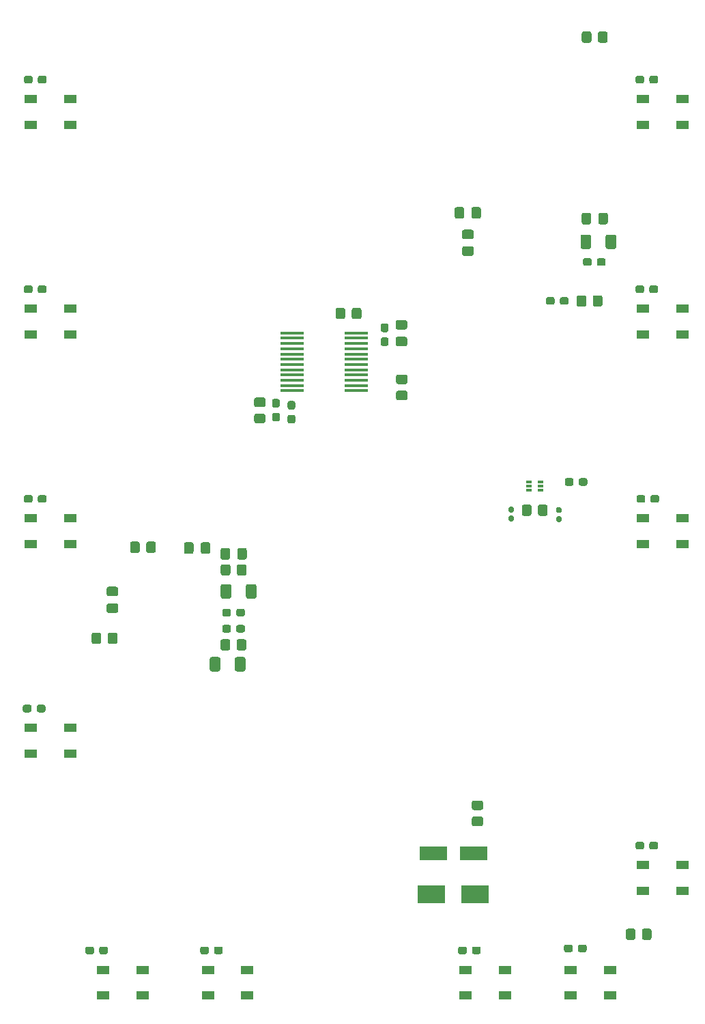
<source format=gtp>
G04 #@! TF.GenerationSoftware,KiCad,Pcbnew,5.1.9+dfsg1-1*
G04 #@! TF.CreationDate,2022-06-11T23:01:35-07:00*
G04 #@! TF.ProjectId,brains_cn,62726169-6e73-45f6-936e-2e6b69636164,rev?*
G04 #@! TF.SameCoordinates,Original*
G04 #@! TF.FileFunction,Paste,Top*
G04 #@! TF.FilePolarity,Positive*
%FSLAX46Y46*%
G04 Gerber Fmt 4.6, Leading zero omitted, Abs format (unit mm)*
G04 Created by KiCad (PCBNEW 5.1.9+dfsg1-1) date 2022-06-11 23:01:35*
%MOMM*%
%LPD*%
G01*
G04 APERTURE LIST*
%ADD10R,3.000000X0.450000*%
%ADD11R,1.500000X1.000000*%
%ADD12R,3.500000X2.300000*%
%ADD13R,3.500000X1.800000*%
%ADD14R,0.700000X0.400000*%
G04 APERTURE END LIST*
D10*
G04 #@! TO.C,U1*
X148000000Y-83575000D03*
X148000000Y-82925000D03*
X148000000Y-82275000D03*
X148000000Y-81625000D03*
X148000000Y-80975000D03*
X148000000Y-80325000D03*
X148000000Y-79675000D03*
X148000000Y-79025000D03*
X148000000Y-78375000D03*
X148000000Y-77725000D03*
X148000000Y-77075000D03*
X148000000Y-76425000D03*
X140000000Y-76425000D03*
X140000000Y-77075000D03*
X140000000Y-77725000D03*
X140000000Y-78375000D03*
X140000000Y-79025000D03*
X140000000Y-79675000D03*
X140000000Y-80325000D03*
X140000000Y-80975000D03*
X140000000Y-81625000D03*
X140000000Y-82275000D03*
X140000000Y-82925000D03*
X140000000Y-83575000D03*
G04 #@! TD*
G04 #@! TO.C,C22*
G36*
G01*
X183675000Y-70762500D02*
X183675000Y-71237500D01*
G75*
G02*
X183437500Y-71475000I-237500J0D01*
G01*
X182837500Y-71475000D01*
G75*
G02*
X182600000Y-71237500I0J237500D01*
G01*
X182600000Y-70762500D01*
G75*
G02*
X182837500Y-70525000I237500J0D01*
G01*
X183437500Y-70525000D01*
G75*
G02*
X183675000Y-70762500I0J-237500D01*
G01*
G37*
G36*
G01*
X185400000Y-70762500D02*
X185400000Y-71237500D01*
G75*
G02*
X185162500Y-71475000I-237500J0D01*
G01*
X184562500Y-71475000D01*
G75*
G02*
X184325000Y-71237500I0J237500D01*
G01*
X184325000Y-70762500D01*
G75*
G02*
X184562500Y-70525000I237500J0D01*
G01*
X185162500Y-70525000D01*
G75*
G02*
X185400000Y-70762500I0J-237500D01*
G01*
G37*
G04 #@! TD*
D11*
G04 #@! TO.C,D9*
X183550000Y-47400000D03*
X183550000Y-50600000D03*
X188450000Y-47400000D03*
X188450000Y-50600000D03*
G04 #@! TD*
G04 #@! TO.C,D2*
X166450000Y-158600000D03*
X166450000Y-155400000D03*
X161550000Y-158600000D03*
X161550000Y-155400000D03*
G04 #@! TD*
G04 #@! TO.C,D6*
X107550000Y-99400000D03*
X107550000Y-102600000D03*
X112450000Y-99400000D03*
X112450000Y-102600000D03*
G04 #@! TD*
G04 #@! TO.C,D10*
X188450000Y-76600000D03*
X188450000Y-73400000D03*
X183550000Y-76600000D03*
X183550000Y-73400000D03*
G04 #@! TD*
G04 #@! TO.C,D3*
X129550000Y-155400000D03*
X129550000Y-158600000D03*
X134450000Y-155400000D03*
X134450000Y-158600000D03*
G04 #@! TD*
G04 #@! TO.C,D7*
X112450000Y-76600000D03*
X112450000Y-73400000D03*
X107550000Y-76600000D03*
X107550000Y-73400000D03*
G04 #@! TD*
G04 #@! TO.C,D11*
X183550000Y-99400000D03*
X183550000Y-102600000D03*
X188450000Y-99400000D03*
X188450000Y-102600000D03*
G04 #@! TD*
G04 #@! TO.C,D4*
X116550000Y-155400000D03*
X116550000Y-158600000D03*
X121450000Y-155400000D03*
X121450000Y-158600000D03*
G04 #@! TD*
G04 #@! TO.C,D8*
X112450000Y-50600000D03*
X112450000Y-47400000D03*
X107550000Y-50600000D03*
X107550000Y-47400000D03*
G04 #@! TD*
G04 #@! TO.C,D12*
X188450000Y-145600000D03*
X188450000Y-142400000D03*
X183550000Y-145600000D03*
X183550000Y-142400000D03*
G04 #@! TD*
G04 #@! TO.C,C1*
G36*
G01*
X161342500Y-61055000D02*
X161342500Y-62005000D01*
G75*
G02*
X161092500Y-62255000I-250000J0D01*
G01*
X160417500Y-62255000D01*
G75*
G02*
X160167500Y-62005000I0J250000D01*
G01*
X160167500Y-61055000D01*
G75*
G02*
X160417500Y-60805000I250000J0D01*
G01*
X161092500Y-60805000D01*
G75*
G02*
X161342500Y-61055000I0J-250000D01*
G01*
G37*
G36*
G01*
X163417500Y-61055000D02*
X163417500Y-62005000D01*
G75*
G02*
X163167500Y-62255000I-250000J0D01*
G01*
X162492500Y-62255000D01*
G75*
G02*
X162242500Y-62005000I0J250000D01*
G01*
X162242500Y-61055000D01*
G75*
G02*
X162492500Y-60805000I250000J0D01*
G01*
X163167500Y-60805000D01*
G75*
G02*
X163417500Y-61055000I0J-250000D01*
G01*
G37*
G04 #@! TD*
G04 #@! TO.C,C2*
G36*
G01*
X154035000Y-78075000D02*
X153085000Y-78075000D01*
G75*
G02*
X152835000Y-77825000I0J250000D01*
G01*
X152835000Y-77150000D01*
G75*
G02*
X153085000Y-76900000I250000J0D01*
G01*
X154035000Y-76900000D01*
G75*
G02*
X154285000Y-77150000I0J-250000D01*
G01*
X154285000Y-77825000D01*
G75*
G02*
X154035000Y-78075000I-250000J0D01*
G01*
G37*
G36*
G01*
X154035000Y-76000000D02*
X153085000Y-76000000D01*
G75*
G02*
X152835000Y-75750000I0J250000D01*
G01*
X152835000Y-75075000D01*
G75*
G02*
X153085000Y-74825000I250000J0D01*
G01*
X154035000Y-74825000D01*
G75*
G02*
X154285000Y-75075000I0J-250000D01*
G01*
X154285000Y-75750000D01*
G75*
G02*
X154035000Y-76000000I-250000J0D01*
G01*
G37*
G04 #@! TD*
G04 #@! TO.C,C3*
G36*
G01*
X139682500Y-84850000D02*
X140157500Y-84850000D01*
G75*
G02*
X140395000Y-85087500I0J-237500D01*
G01*
X140395000Y-85687500D01*
G75*
G02*
X140157500Y-85925000I-237500J0D01*
G01*
X139682500Y-85925000D01*
G75*
G02*
X139445000Y-85687500I0J237500D01*
G01*
X139445000Y-85087500D01*
G75*
G02*
X139682500Y-84850000I237500J0D01*
G01*
G37*
G36*
G01*
X139682500Y-86575000D02*
X140157500Y-86575000D01*
G75*
G02*
X140395000Y-86812500I0J-237500D01*
G01*
X140395000Y-87412500D01*
G75*
G02*
X140157500Y-87650000I-237500J0D01*
G01*
X139682500Y-87650000D01*
G75*
G02*
X139445000Y-87412500I0J237500D01*
G01*
X139445000Y-86812500D01*
G75*
G02*
X139682500Y-86575000I237500J0D01*
G01*
G37*
G04 #@! TD*
G04 #@! TO.C,C4*
G36*
G01*
X138237500Y-85675000D02*
X137762500Y-85675000D01*
G75*
G02*
X137525000Y-85437500I0J237500D01*
G01*
X137525000Y-84837500D01*
G75*
G02*
X137762500Y-84600000I237500J0D01*
G01*
X138237500Y-84600000D01*
G75*
G02*
X138475000Y-84837500I0J-237500D01*
G01*
X138475000Y-85437500D01*
G75*
G02*
X138237500Y-85675000I-237500J0D01*
G01*
G37*
G36*
G01*
X138237500Y-87400000D02*
X137762500Y-87400000D01*
G75*
G02*
X137525000Y-87162500I0J237500D01*
G01*
X137525000Y-86562500D01*
G75*
G02*
X137762500Y-86325000I237500J0D01*
G01*
X138237500Y-86325000D01*
G75*
G02*
X138475000Y-86562500I0J-237500D01*
G01*
X138475000Y-87162500D01*
G75*
G02*
X138237500Y-87400000I-237500J0D01*
G01*
G37*
G04 #@! TD*
G04 #@! TO.C,C6*
G36*
G01*
X131345000Y-113337500D02*
X131345000Y-112862500D01*
G75*
G02*
X131582500Y-112625000I237500J0D01*
G01*
X132182500Y-112625000D01*
G75*
G02*
X132420000Y-112862500I0J-237500D01*
G01*
X132420000Y-113337500D01*
G75*
G02*
X132182500Y-113575000I-237500J0D01*
G01*
X131582500Y-113575000D01*
G75*
G02*
X131345000Y-113337500I0J237500D01*
G01*
G37*
G36*
G01*
X133070000Y-113337500D02*
X133070000Y-112862500D01*
G75*
G02*
X133307500Y-112625000I237500J0D01*
G01*
X133907500Y-112625000D01*
G75*
G02*
X134145000Y-112862500I0J-237500D01*
G01*
X134145000Y-113337500D01*
G75*
G02*
X133907500Y-113575000I-237500J0D01*
G01*
X133307500Y-113575000D01*
G75*
G02*
X133070000Y-113337500I0J237500D01*
G01*
G37*
G04 #@! TD*
G04 #@! TO.C,C9*
G36*
G01*
X151717500Y-76322500D02*
X151242500Y-76322500D01*
G75*
G02*
X151005000Y-76085000I0J237500D01*
G01*
X151005000Y-75485000D01*
G75*
G02*
X151242500Y-75247500I237500J0D01*
G01*
X151717500Y-75247500D01*
G75*
G02*
X151955000Y-75485000I0J-237500D01*
G01*
X151955000Y-76085000D01*
G75*
G02*
X151717500Y-76322500I-237500J0D01*
G01*
G37*
G36*
G01*
X151717500Y-78047500D02*
X151242500Y-78047500D01*
G75*
G02*
X151005000Y-77810000I0J237500D01*
G01*
X151005000Y-77210000D01*
G75*
G02*
X151242500Y-76972500I237500J0D01*
G01*
X151717500Y-76972500D01*
G75*
G02*
X151955000Y-77210000I0J-237500D01*
G01*
X151955000Y-77810000D01*
G75*
G02*
X151717500Y-78047500I-237500J0D01*
G01*
G37*
G04 #@! TD*
G04 #@! TO.C,C11*
G36*
G01*
X131145000Y-109120001D02*
X131145000Y-107819999D01*
G75*
G02*
X131394999Y-107570000I249999J0D01*
G01*
X132220001Y-107570000D01*
G75*
G02*
X132470000Y-107819999I0J-249999D01*
G01*
X132470000Y-109120001D01*
G75*
G02*
X132220001Y-109370000I-249999J0D01*
G01*
X131394999Y-109370000D01*
G75*
G02*
X131145000Y-109120001I0J249999D01*
G01*
G37*
G36*
G01*
X134270000Y-109120001D02*
X134270000Y-107819999D01*
G75*
G02*
X134519999Y-107570000I249999J0D01*
G01*
X135345001Y-107570000D01*
G75*
G02*
X135595000Y-107819999I0J-249999D01*
G01*
X135595000Y-109120001D01*
G75*
G02*
X135345001Y-109370000I-249999J0D01*
G01*
X134519999Y-109370000D01*
G75*
G02*
X134270000Y-109120001I0J249999D01*
G01*
G37*
G04 #@! TD*
G04 #@! TO.C,C12*
G36*
G01*
X131345000Y-111337500D02*
X131345000Y-110862500D01*
G75*
G02*
X131582500Y-110625000I237500J0D01*
G01*
X132182500Y-110625000D01*
G75*
G02*
X132420000Y-110862500I0J-237500D01*
G01*
X132420000Y-111337500D01*
G75*
G02*
X132182500Y-111575000I-237500J0D01*
G01*
X131582500Y-111575000D01*
G75*
G02*
X131345000Y-111337500I0J237500D01*
G01*
G37*
G36*
G01*
X133070000Y-111337500D02*
X133070000Y-110862500D01*
G75*
G02*
X133307500Y-110625000I237500J0D01*
G01*
X133907500Y-110625000D01*
G75*
G02*
X134145000Y-110862500I0J-237500D01*
G01*
X134145000Y-111337500D01*
G75*
G02*
X133907500Y-111575000I-237500J0D01*
G01*
X133307500Y-111575000D01*
G75*
G02*
X133070000Y-111337500I0J237500D01*
G01*
G37*
G04 #@! TD*
G04 #@! TO.C,C13*
G36*
G01*
X117235000Y-109970000D02*
X118185000Y-109970000D01*
G75*
G02*
X118435000Y-110220000I0J-250000D01*
G01*
X118435000Y-110895000D01*
G75*
G02*
X118185000Y-111145000I-250000J0D01*
G01*
X117235000Y-111145000D01*
G75*
G02*
X116985000Y-110895000I0J250000D01*
G01*
X116985000Y-110220000D01*
G75*
G02*
X117235000Y-109970000I250000J0D01*
G01*
G37*
G36*
G01*
X117235000Y-107895000D02*
X118185000Y-107895000D01*
G75*
G02*
X118435000Y-108145000I0J-250000D01*
G01*
X118435000Y-108820000D01*
G75*
G02*
X118185000Y-109070000I-250000J0D01*
G01*
X117235000Y-109070000D01*
G75*
G02*
X116985000Y-108820000I0J250000D01*
G01*
X116985000Y-108145000D01*
G75*
G02*
X117235000Y-107895000I250000J0D01*
G01*
G37*
G04 #@! TD*
G04 #@! TO.C,C14*
G36*
G01*
X161335000Y-65680000D02*
X162285000Y-65680000D01*
G75*
G02*
X162535000Y-65930000I0J-250000D01*
G01*
X162535000Y-66605000D01*
G75*
G02*
X162285000Y-66855000I-250000J0D01*
G01*
X161335000Y-66855000D01*
G75*
G02*
X161085000Y-66605000I0J250000D01*
G01*
X161085000Y-65930000D01*
G75*
G02*
X161335000Y-65680000I250000J0D01*
G01*
G37*
G36*
G01*
X161335000Y-63605000D02*
X162285000Y-63605000D01*
G75*
G02*
X162535000Y-63855000I0J-250000D01*
G01*
X162535000Y-64530000D01*
G75*
G02*
X162285000Y-64780000I-250000J0D01*
G01*
X161335000Y-64780000D01*
G75*
G02*
X161085000Y-64530000I0J250000D01*
G01*
X161085000Y-63855000D01*
G75*
G02*
X161335000Y-63605000I250000J0D01*
G01*
G37*
G04 #@! TD*
G04 #@! TO.C,C15*
G36*
G01*
X129845000Y-102625000D02*
X129845000Y-103575000D01*
G75*
G02*
X129595000Y-103825000I-250000J0D01*
G01*
X128920000Y-103825000D01*
G75*
G02*
X128670000Y-103575000I0J250000D01*
G01*
X128670000Y-102625000D01*
G75*
G02*
X128920000Y-102375000I250000J0D01*
G01*
X129595000Y-102375000D01*
G75*
G02*
X129845000Y-102625000I0J-250000D01*
G01*
G37*
G36*
G01*
X127770000Y-102625000D02*
X127770000Y-103575000D01*
G75*
G02*
X127520000Y-103825000I-250000J0D01*
G01*
X126845000Y-103825000D01*
G75*
G02*
X126595000Y-103575000I0J250000D01*
G01*
X126595000Y-102625000D01*
G75*
G02*
X126845000Y-102375000I250000J0D01*
G01*
X127520000Y-102375000D01*
G75*
G02*
X127770000Y-102625000I0J-250000D01*
G01*
G37*
G04 #@! TD*
G04 #@! TO.C,C17*
G36*
G01*
X180225000Y-64459999D02*
X180225000Y-65760001D01*
G75*
G02*
X179975001Y-66010000I-249999J0D01*
G01*
X179149999Y-66010000D01*
G75*
G02*
X178900000Y-65760001I0J249999D01*
G01*
X178900000Y-64459999D01*
G75*
G02*
X179149999Y-64210000I249999J0D01*
G01*
X179975001Y-64210000D01*
G75*
G02*
X180225000Y-64459999I0J-249999D01*
G01*
G37*
G36*
G01*
X177100000Y-64459999D02*
X177100000Y-65760001D01*
G75*
G02*
X176850001Y-66010000I-249999J0D01*
G01*
X176024999Y-66010000D01*
G75*
G02*
X175775000Y-65760001I0J249999D01*
G01*
X175775000Y-64459999D01*
G75*
G02*
X176024999Y-64210000I249999J0D01*
G01*
X176850001Y-64210000D01*
G75*
G02*
X177100000Y-64459999I0J-249999D01*
G01*
G37*
G04 #@! TD*
G04 #@! TO.C,C18*
G36*
G01*
X177170000Y-67382500D02*
X177170000Y-67857500D01*
G75*
G02*
X176932500Y-68095000I-237500J0D01*
G01*
X176332500Y-68095000D01*
G75*
G02*
X176095000Y-67857500I0J237500D01*
G01*
X176095000Y-67382500D01*
G75*
G02*
X176332500Y-67145000I237500J0D01*
G01*
X176932500Y-67145000D01*
G75*
G02*
X177170000Y-67382500I0J-237500D01*
G01*
G37*
G36*
G01*
X178895000Y-67382500D02*
X178895000Y-67857500D01*
G75*
G02*
X178657500Y-68095000I-237500J0D01*
G01*
X178057500Y-68095000D01*
G75*
G02*
X177820000Y-67857500I0J237500D01*
G01*
X177820000Y-67382500D01*
G75*
G02*
X178057500Y-67145000I237500J0D01*
G01*
X178657500Y-67145000D01*
G75*
G02*
X178895000Y-67382500I0J-237500D01*
G01*
G37*
G04 #@! TD*
G04 #@! TO.C,C19*
G36*
G01*
X183675000Y-44762500D02*
X183675000Y-45237500D01*
G75*
G02*
X183437500Y-45475000I-237500J0D01*
G01*
X182837500Y-45475000D01*
G75*
G02*
X182600000Y-45237500I0J237500D01*
G01*
X182600000Y-44762500D01*
G75*
G02*
X182837500Y-44525000I237500J0D01*
G01*
X183437500Y-44525000D01*
G75*
G02*
X183675000Y-44762500I0J-237500D01*
G01*
G37*
G36*
G01*
X185400000Y-44762500D02*
X185400000Y-45237500D01*
G75*
G02*
X185162500Y-45475000I-237500J0D01*
G01*
X184562500Y-45475000D01*
G75*
G02*
X184325000Y-45237500I0J237500D01*
G01*
X184325000Y-44762500D01*
G75*
G02*
X184562500Y-44525000I237500J0D01*
G01*
X185162500Y-44525000D01*
G75*
G02*
X185400000Y-44762500I0J-237500D01*
G01*
G37*
G04 #@! TD*
G04 #@! TO.C,C20*
G36*
G01*
X131125000Y-104285000D02*
X131125000Y-103335000D01*
G75*
G02*
X131375000Y-103085000I250000J0D01*
G01*
X132050000Y-103085000D01*
G75*
G02*
X132300000Y-103335000I0J-250000D01*
G01*
X132300000Y-104285000D01*
G75*
G02*
X132050000Y-104535000I-250000J0D01*
G01*
X131375000Y-104535000D01*
G75*
G02*
X131125000Y-104285000I0J250000D01*
G01*
G37*
G36*
G01*
X133200000Y-104285000D02*
X133200000Y-103335000D01*
G75*
G02*
X133450000Y-103085000I250000J0D01*
G01*
X134125000Y-103085000D01*
G75*
G02*
X134375000Y-103335000I0J-250000D01*
G01*
X134375000Y-104285000D01*
G75*
G02*
X134125000Y-104535000I-250000J0D01*
G01*
X133450000Y-104535000D01*
G75*
G02*
X133200000Y-104285000I0J250000D01*
G01*
G37*
G04 #@! TD*
G04 #@! TO.C,C21*
G36*
G01*
X131100000Y-116849999D02*
X131100000Y-118150001D01*
G75*
G02*
X130850001Y-118400000I-249999J0D01*
G01*
X130024999Y-118400000D01*
G75*
G02*
X129775000Y-118150001I0J249999D01*
G01*
X129775000Y-116849999D01*
G75*
G02*
X130024999Y-116600000I249999J0D01*
G01*
X130850001Y-116600000D01*
G75*
G02*
X131100000Y-116849999I0J-249999D01*
G01*
G37*
G36*
G01*
X134225000Y-116849999D02*
X134225000Y-118150001D01*
G75*
G02*
X133975001Y-118400000I-249999J0D01*
G01*
X133149999Y-118400000D01*
G75*
G02*
X132900000Y-118150001I0J249999D01*
G01*
X132900000Y-116849999D01*
G75*
G02*
X133149999Y-116600000I249999J0D01*
G01*
X133975001Y-116600000D01*
G75*
G02*
X134225000Y-116849999I0J-249999D01*
G01*
G37*
G04 #@! TD*
G04 #@! TO.C,C23*
G36*
G01*
X183675000Y-139762500D02*
X183675000Y-140237500D01*
G75*
G02*
X183437500Y-140475000I-237500J0D01*
G01*
X182837500Y-140475000D01*
G75*
G02*
X182600000Y-140237500I0J237500D01*
G01*
X182600000Y-139762500D01*
G75*
G02*
X182837500Y-139525000I237500J0D01*
G01*
X183437500Y-139525000D01*
G75*
G02*
X183675000Y-139762500I0J-237500D01*
G01*
G37*
G36*
G01*
X185400000Y-139762500D02*
X185400000Y-140237500D01*
G75*
G02*
X185162500Y-140475000I-237500J0D01*
G01*
X184562500Y-140475000D01*
G75*
G02*
X184325000Y-140237500I0J237500D01*
G01*
X184325000Y-139762500D01*
G75*
G02*
X184562500Y-139525000I237500J0D01*
G01*
X185162500Y-139525000D01*
G75*
G02*
X185400000Y-139762500I0J-237500D01*
G01*
G37*
G04 #@! TD*
G04 #@! TO.C,C24*
G36*
G01*
X109537500Y-44762500D02*
X109537500Y-45237500D01*
G75*
G02*
X109300000Y-45475000I-237500J0D01*
G01*
X108700000Y-45475000D01*
G75*
G02*
X108462500Y-45237500I0J237500D01*
G01*
X108462500Y-44762500D01*
G75*
G02*
X108700000Y-44525000I237500J0D01*
G01*
X109300000Y-44525000D01*
G75*
G02*
X109537500Y-44762500I0J-237500D01*
G01*
G37*
G36*
G01*
X107812500Y-44762500D02*
X107812500Y-45237500D01*
G75*
G02*
X107575000Y-45475000I-237500J0D01*
G01*
X106975000Y-45475000D01*
G75*
G02*
X106737500Y-45237500I0J237500D01*
G01*
X106737500Y-44762500D01*
G75*
G02*
X106975000Y-44525000I237500J0D01*
G01*
X107575000Y-44525000D01*
G75*
G02*
X107812500Y-44762500I0J-237500D01*
G01*
G37*
G04 #@! TD*
G04 #@! TO.C,C25*
G36*
G01*
X109537500Y-96762500D02*
X109537500Y-97237500D01*
G75*
G02*
X109300000Y-97475000I-237500J0D01*
G01*
X108700000Y-97475000D01*
G75*
G02*
X108462500Y-97237500I0J237500D01*
G01*
X108462500Y-96762500D01*
G75*
G02*
X108700000Y-96525000I237500J0D01*
G01*
X109300000Y-96525000D01*
G75*
G02*
X109537500Y-96762500I0J-237500D01*
G01*
G37*
G36*
G01*
X107812500Y-96762500D02*
X107812500Y-97237500D01*
G75*
G02*
X107575000Y-97475000I-237500J0D01*
G01*
X106975000Y-97475000D01*
G75*
G02*
X106737500Y-97237500I0J237500D01*
G01*
X106737500Y-96762500D01*
G75*
G02*
X106975000Y-96525000I237500J0D01*
G01*
X107575000Y-96525000D01*
G75*
G02*
X107812500Y-96762500I0J-237500D01*
G01*
G37*
G04 #@! TD*
G04 #@! TO.C,C26*
G36*
G01*
X185537500Y-96762500D02*
X185537500Y-97237500D01*
G75*
G02*
X185300000Y-97475000I-237500J0D01*
G01*
X184700000Y-97475000D01*
G75*
G02*
X184462500Y-97237500I0J237500D01*
G01*
X184462500Y-96762500D01*
G75*
G02*
X184700000Y-96525000I237500J0D01*
G01*
X185300000Y-96525000D01*
G75*
G02*
X185537500Y-96762500I0J-237500D01*
G01*
G37*
G36*
G01*
X183812500Y-96762500D02*
X183812500Y-97237500D01*
G75*
G02*
X183575000Y-97475000I-237500J0D01*
G01*
X182975000Y-97475000D01*
G75*
G02*
X182737500Y-97237500I0J237500D01*
G01*
X182737500Y-96762500D01*
G75*
G02*
X182975000Y-96525000I237500J0D01*
G01*
X183575000Y-96525000D01*
G75*
G02*
X183812500Y-96762500I0J-237500D01*
G01*
G37*
G04 #@! TD*
G04 #@! TO.C,C27*
G36*
G01*
X109537500Y-70762500D02*
X109537500Y-71237500D01*
G75*
G02*
X109300000Y-71475000I-237500J0D01*
G01*
X108700000Y-71475000D01*
G75*
G02*
X108462500Y-71237500I0J237500D01*
G01*
X108462500Y-70762500D01*
G75*
G02*
X108700000Y-70525000I237500J0D01*
G01*
X109300000Y-70525000D01*
G75*
G02*
X109537500Y-70762500I0J-237500D01*
G01*
G37*
G36*
G01*
X107812500Y-70762500D02*
X107812500Y-71237500D01*
G75*
G02*
X107575000Y-71475000I-237500J0D01*
G01*
X106975000Y-71475000D01*
G75*
G02*
X106737500Y-71237500I0J237500D01*
G01*
X106737500Y-70762500D01*
G75*
G02*
X106975000Y-70525000I237500J0D01*
G01*
X107575000Y-70525000D01*
G75*
G02*
X107812500Y-70762500I0J-237500D01*
G01*
G37*
G04 #@! TD*
G04 #@! TO.C,C28*
G36*
G01*
X109400000Y-122762500D02*
X109400000Y-123237500D01*
G75*
G02*
X109162500Y-123475000I-237500J0D01*
G01*
X108562500Y-123475000D01*
G75*
G02*
X108325000Y-123237500I0J237500D01*
G01*
X108325000Y-122762500D01*
G75*
G02*
X108562500Y-122525000I237500J0D01*
G01*
X109162500Y-122525000D01*
G75*
G02*
X109400000Y-122762500I0J-237500D01*
G01*
G37*
G36*
G01*
X107675000Y-122762500D02*
X107675000Y-123237500D01*
G75*
G02*
X107437500Y-123475000I-237500J0D01*
G01*
X106837500Y-123475000D01*
G75*
G02*
X106600000Y-123237500I0J237500D01*
G01*
X106600000Y-122762500D01*
G75*
G02*
X106837500Y-122525000I237500J0D01*
G01*
X107437500Y-122525000D01*
G75*
G02*
X107675000Y-122762500I0J-237500D01*
G01*
G37*
G04 #@! TD*
G04 #@! TO.C,C29*
G36*
G01*
X117150000Y-152762500D02*
X117150000Y-153237500D01*
G75*
G02*
X116912500Y-153475000I-237500J0D01*
G01*
X116312500Y-153475000D01*
G75*
G02*
X116075000Y-153237500I0J237500D01*
G01*
X116075000Y-152762500D01*
G75*
G02*
X116312500Y-152525000I237500J0D01*
G01*
X116912500Y-152525000D01*
G75*
G02*
X117150000Y-152762500I0J-237500D01*
G01*
G37*
G36*
G01*
X115425000Y-152762500D02*
X115425000Y-153237500D01*
G75*
G02*
X115187500Y-153475000I-237500J0D01*
G01*
X114587500Y-153475000D01*
G75*
G02*
X114350000Y-153237500I0J237500D01*
G01*
X114350000Y-152762500D01*
G75*
G02*
X114587500Y-152525000I237500J0D01*
G01*
X115187500Y-152525000D01*
G75*
G02*
X115425000Y-152762500I0J-237500D01*
G01*
G37*
G04 #@! TD*
G04 #@! TO.C,C30*
G36*
G01*
X129675000Y-152762500D02*
X129675000Y-153237500D01*
G75*
G02*
X129437500Y-153475000I-237500J0D01*
G01*
X128837500Y-153475000D01*
G75*
G02*
X128600000Y-153237500I0J237500D01*
G01*
X128600000Y-152762500D01*
G75*
G02*
X128837500Y-152525000I237500J0D01*
G01*
X129437500Y-152525000D01*
G75*
G02*
X129675000Y-152762500I0J-237500D01*
G01*
G37*
G36*
G01*
X131400000Y-152762500D02*
X131400000Y-153237500D01*
G75*
G02*
X131162500Y-153475000I-237500J0D01*
G01*
X130562500Y-153475000D01*
G75*
G02*
X130325000Y-153237500I0J237500D01*
G01*
X130325000Y-152762500D01*
G75*
G02*
X130562500Y-152525000I237500J0D01*
G01*
X131162500Y-152525000D01*
G75*
G02*
X131400000Y-152762500I0J-237500D01*
G01*
G37*
G04 #@! TD*
G04 #@! TO.C,C31*
G36*
G01*
X161675000Y-152762500D02*
X161675000Y-153237500D01*
G75*
G02*
X161437500Y-153475000I-237500J0D01*
G01*
X160837500Y-153475000D01*
G75*
G02*
X160600000Y-153237500I0J237500D01*
G01*
X160600000Y-152762500D01*
G75*
G02*
X160837500Y-152525000I237500J0D01*
G01*
X161437500Y-152525000D01*
G75*
G02*
X161675000Y-152762500I0J-237500D01*
G01*
G37*
G36*
G01*
X163400000Y-152762500D02*
X163400000Y-153237500D01*
G75*
G02*
X163162500Y-153475000I-237500J0D01*
G01*
X162562500Y-153475000D01*
G75*
G02*
X162325000Y-153237500I0J237500D01*
G01*
X162325000Y-152762500D01*
G75*
G02*
X162562500Y-152525000I237500J0D01*
G01*
X163162500Y-152525000D01*
G75*
G02*
X163400000Y-152762500I0J-237500D01*
G01*
G37*
G04 #@! TD*
G04 #@! TO.C,C32*
G36*
G01*
X174812500Y-152512500D02*
X174812500Y-152987500D01*
G75*
G02*
X174575000Y-153225000I-237500J0D01*
G01*
X173975000Y-153225000D01*
G75*
G02*
X173737500Y-152987500I0J237500D01*
G01*
X173737500Y-152512500D01*
G75*
G02*
X173975000Y-152275000I237500J0D01*
G01*
X174575000Y-152275000D01*
G75*
G02*
X174812500Y-152512500I0J-237500D01*
G01*
G37*
G36*
G01*
X176537500Y-152512500D02*
X176537500Y-152987500D01*
G75*
G02*
X176300000Y-153225000I-237500J0D01*
G01*
X175700000Y-153225000D01*
G75*
G02*
X175462500Y-152987500I0J237500D01*
G01*
X175462500Y-152512500D01*
G75*
G02*
X175700000Y-152275000I237500J0D01*
G01*
X176300000Y-152275000D01*
G75*
G02*
X176537500Y-152512500I0J-237500D01*
G01*
G37*
G04 #@! TD*
G04 #@! TO.C,D1*
X179450000Y-158600000D03*
X179450000Y-155400000D03*
X174550000Y-158600000D03*
X174550000Y-155400000D03*
G04 #@! TD*
G04 #@! TO.C,D5*
X107550000Y-125400000D03*
X107550000Y-128600000D03*
X112450000Y-125400000D03*
X112450000Y-128600000D03*
G04 #@! TD*
D12*
G04 #@! TO.C,D41*
X157300000Y-146000000D03*
X162700000Y-146000000D03*
G04 #@! TD*
D13*
G04 #@! TO.C,D42*
X157500000Y-141000000D03*
X162500000Y-141000000D03*
G04 #@! TD*
G04 #@! TO.C,R1*
G36*
G01*
X162549999Y-134400000D02*
X163450001Y-134400000D01*
G75*
G02*
X163700000Y-134649999I0J-249999D01*
G01*
X163700000Y-135350001D01*
G75*
G02*
X163450001Y-135600000I-249999J0D01*
G01*
X162549999Y-135600000D01*
G75*
G02*
X162300000Y-135350001I0J249999D01*
G01*
X162300000Y-134649999D01*
G75*
G02*
X162549999Y-134400000I249999J0D01*
G01*
G37*
G36*
G01*
X162549999Y-136400000D02*
X163450001Y-136400000D01*
G75*
G02*
X163700000Y-136649999I0J-249999D01*
G01*
X163700000Y-137350001D01*
G75*
G02*
X163450001Y-137600000I-249999J0D01*
G01*
X162549999Y-137600000D01*
G75*
G02*
X162300000Y-137350001I0J249999D01*
G01*
X162300000Y-136649999D01*
G75*
G02*
X162549999Y-136400000I249999J0D01*
G01*
G37*
G04 #@! TD*
G04 #@! TO.C,R2*
G36*
G01*
X115130000Y-114740001D02*
X115130000Y-113839999D01*
G75*
G02*
X115379999Y-113590000I249999J0D01*
G01*
X116080001Y-113590000D01*
G75*
G02*
X116330000Y-113839999I0J-249999D01*
G01*
X116330000Y-114740001D01*
G75*
G02*
X116080001Y-114990000I-249999J0D01*
G01*
X115379999Y-114990000D01*
G75*
G02*
X115130000Y-114740001I0J249999D01*
G01*
G37*
G36*
G01*
X117130000Y-114740001D02*
X117130000Y-113839999D01*
G75*
G02*
X117379999Y-113590000I249999J0D01*
G01*
X118080001Y-113590000D01*
G75*
G02*
X118330000Y-113839999I0J-249999D01*
G01*
X118330000Y-114740001D01*
G75*
G02*
X118080001Y-114990000I-249999J0D01*
G01*
X117379999Y-114990000D01*
G75*
G02*
X117130000Y-114740001I0J249999D01*
G01*
G37*
G04 #@! TD*
G04 #@! TO.C,R4*
G36*
G01*
X153159999Y-81570000D02*
X154060001Y-81570000D01*
G75*
G02*
X154310000Y-81819999I0J-249999D01*
G01*
X154310000Y-82520001D01*
G75*
G02*
X154060001Y-82770000I-249999J0D01*
G01*
X153159999Y-82770000D01*
G75*
G02*
X152910000Y-82520001I0J249999D01*
G01*
X152910000Y-81819999D01*
G75*
G02*
X153159999Y-81570000I249999J0D01*
G01*
G37*
G36*
G01*
X153159999Y-83570000D02*
X154060001Y-83570000D01*
G75*
G02*
X154310000Y-83819999I0J-249999D01*
G01*
X154310000Y-84520001D01*
G75*
G02*
X154060001Y-84770000I-249999J0D01*
G01*
X153159999Y-84770000D01*
G75*
G02*
X152910000Y-84520001I0J249999D01*
G01*
X152910000Y-83819999D01*
G75*
G02*
X153159999Y-83570000I249999J0D01*
G01*
G37*
G04 #@! TD*
G04 #@! TO.C,R5*
G36*
G01*
X146600000Y-73549999D02*
X146600000Y-74450001D01*
G75*
G02*
X146350001Y-74700000I-249999J0D01*
G01*
X145649999Y-74700000D01*
G75*
G02*
X145400000Y-74450001I0J249999D01*
G01*
X145400000Y-73549999D01*
G75*
G02*
X145649999Y-73300000I249999J0D01*
G01*
X146350001Y-73300000D01*
G75*
G02*
X146600000Y-73549999I0J-249999D01*
G01*
G37*
G36*
G01*
X148600000Y-73549999D02*
X148600000Y-74450001D01*
G75*
G02*
X148350001Y-74700000I-249999J0D01*
G01*
X147649999Y-74700000D01*
G75*
G02*
X147400000Y-74450001I0J249999D01*
G01*
X147400000Y-73549999D01*
G75*
G02*
X147649999Y-73300000I249999J0D01*
G01*
X148350001Y-73300000D01*
G75*
G02*
X148600000Y-73549999I0J-249999D01*
G01*
G37*
G04 #@! TD*
G04 #@! TO.C,R6*
G36*
G01*
X136450001Y-85625000D02*
X135549999Y-85625000D01*
G75*
G02*
X135300000Y-85375001I0J249999D01*
G01*
X135300000Y-84674999D01*
G75*
G02*
X135549999Y-84425000I249999J0D01*
G01*
X136450001Y-84425000D01*
G75*
G02*
X136700000Y-84674999I0J-249999D01*
G01*
X136700000Y-85375001D01*
G75*
G02*
X136450001Y-85625000I-249999J0D01*
G01*
G37*
G36*
G01*
X136450001Y-87625000D02*
X135549999Y-87625000D01*
G75*
G02*
X135300000Y-87375001I0J249999D01*
G01*
X135300000Y-86674999D01*
G75*
G02*
X135549999Y-86425000I249999J0D01*
G01*
X136450001Y-86425000D01*
G75*
G02*
X136700000Y-86674999I0J-249999D01*
G01*
X136700000Y-87375001D01*
G75*
G02*
X136450001Y-87625000I-249999J0D01*
G01*
G37*
G04 #@! TD*
G04 #@! TO.C,R7*
G36*
G01*
X175940000Y-40180001D02*
X175940000Y-39279999D01*
G75*
G02*
X176189999Y-39030000I249999J0D01*
G01*
X176890001Y-39030000D01*
G75*
G02*
X177140000Y-39279999I0J-249999D01*
G01*
X177140000Y-40180001D01*
G75*
G02*
X176890001Y-40430000I-249999J0D01*
G01*
X176189999Y-40430000D01*
G75*
G02*
X175940000Y-40180001I0J249999D01*
G01*
G37*
G36*
G01*
X177940000Y-40180001D02*
X177940000Y-39279999D01*
G75*
G02*
X178189999Y-39030000I249999J0D01*
G01*
X178890001Y-39030000D01*
G75*
G02*
X179140000Y-39279999I0J-249999D01*
G01*
X179140000Y-40180001D01*
G75*
G02*
X178890001Y-40430000I-249999J0D01*
G01*
X178189999Y-40430000D01*
G75*
G02*
X177940000Y-40180001I0J249999D01*
G01*
G37*
G04 #@! TD*
G04 #@! TO.C,R8*
G36*
G01*
X133120000Y-115550001D02*
X133120000Y-114649999D01*
G75*
G02*
X133369999Y-114400000I249999J0D01*
G01*
X134070001Y-114400000D01*
G75*
G02*
X134320000Y-114649999I0J-249999D01*
G01*
X134320000Y-115550001D01*
G75*
G02*
X134070001Y-115800000I-249999J0D01*
G01*
X133369999Y-115800000D01*
G75*
G02*
X133120000Y-115550001I0J249999D01*
G01*
G37*
G36*
G01*
X131120000Y-115550001D02*
X131120000Y-114649999D01*
G75*
G02*
X131369999Y-114400000I249999J0D01*
G01*
X132070001Y-114400000D01*
G75*
G02*
X132320000Y-114649999I0J-249999D01*
G01*
X132320000Y-115550001D01*
G75*
G02*
X132070001Y-115800000I-249999J0D01*
G01*
X131369999Y-115800000D01*
G75*
G02*
X131120000Y-115550001I0J249999D01*
G01*
G37*
G04 #@! TD*
G04 #@! TO.C,R9*
G36*
G01*
X176500000Y-71999999D02*
X176500000Y-72900001D01*
G75*
G02*
X176250001Y-73150000I-249999J0D01*
G01*
X175549999Y-73150000D01*
G75*
G02*
X175300000Y-72900001I0J249999D01*
G01*
X175300000Y-71999999D01*
G75*
G02*
X175549999Y-71750000I249999J0D01*
G01*
X176250001Y-71750000D01*
G75*
G02*
X176500000Y-71999999I0J-249999D01*
G01*
G37*
G36*
G01*
X178500000Y-71999999D02*
X178500000Y-72900001D01*
G75*
G02*
X178250001Y-73150000I-249999J0D01*
G01*
X177549999Y-73150000D01*
G75*
G02*
X177300000Y-72900001I0J249999D01*
G01*
X177300000Y-71999999D01*
G75*
G02*
X177549999Y-71750000I249999J0D01*
G01*
X178250001Y-71750000D01*
G75*
G02*
X178500000Y-71999999I0J-249999D01*
G01*
G37*
G04 #@! TD*
G04 #@! TO.C,R14*
G36*
G01*
X121900000Y-103450001D02*
X121900000Y-102549999D01*
G75*
G02*
X122149999Y-102300000I249999J0D01*
G01*
X122850001Y-102300000D01*
G75*
G02*
X123100000Y-102549999I0J-249999D01*
G01*
X123100000Y-103450001D01*
G75*
G02*
X122850001Y-103700000I-249999J0D01*
G01*
X122149999Y-103700000D01*
G75*
G02*
X121900000Y-103450001I0J249999D01*
G01*
G37*
G36*
G01*
X119900000Y-103450001D02*
X119900000Y-102549999D01*
G75*
G02*
X120149999Y-102300000I249999J0D01*
G01*
X120850001Y-102300000D01*
G75*
G02*
X121100000Y-102549999I0J-249999D01*
G01*
X121100000Y-103450001D01*
G75*
G02*
X120850001Y-103700000I-249999J0D01*
G01*
X120149999Y-103700000D01*
G75*
G02*
X119900000Y-103450001I0J249999D01*
G01*
G37*
G04 #@! TD*
G04 #@! TO.C,R15*
G36*
G01*
X134350000Y-105359999D02*
X134350000Y-106260001D01*
G75*
G02*
X134100001Y-106510000I-249999J0D01*
G01*
X133399999Y-106510000D01*
G75*
G02*
X133150000Y-106260001I0J249999D01*
G01*
X133150000Y-105359999D01*
G75*
G02*
X133399999Y-105110000I249999J0D01*
G01*
X134100001Y-105110000D01*
G75*
G02*
X134350000Y-105359999I0J-249999D01*
G01*
G37*
G36*
G01*
X132350000Y-105359999D02*
X132350000Y-106260001D01*
G75*
G02*
X132100001Y-106510000I-249999J0D01*
G01*
X131399999Y-106510000D01*
G75*
G02*
X131150000Y-106260001I0J249999D01*
G01*
X131150000Y-105359999D01*
G75*
G02*
X131399999Y-105110000I249999J0D01*
G01*
X132100001Y-105110000D01*
G75*
G02*
X132350000Y-105359999I0J-249999D01*
G01*
G37*
G04 #@! TD*
G04 #@! TO.C,R3*
G36*
G01*
X184600000Y-150549999D02*
X184600000Y-151450001D01*
G75*
G02*
X184350001Y-151700000I-249999J0D01*
G01*
X183649999Y-151700000D01*
G75*
G02*
X183400000Y-151450001I0J249999D01*
G01*
X183400000Y-150549999D01*
G75*
G02*
X183649999Y-150300000I249999J0D01*
G01*
X184350001Y-150300000D01*
G75*
G02*
X184600000Y-150549999I0J-249999D01*
G01*
G37*
G36*
G01*
X182600000Y-150549999D02*
X182600000Y-151450001D01*
G75*
G02*
X182350001Y-151700000I-249999J0D01*
G01*
X181649999Y-151700000D01*
G75*
G02*
X181400000Y-151450001I0J249999D01*
G01*
X181400000Y-150549999D01*
G75*
G02*
X181649999Y-150300000I249999J0D01*
G01*
X182350001Y-150300000D01*
G75*
G02*
X182600000Y-150549999I0J-249999D01*
G01*
G37*
G04 #@! TD*
G04 #@! TO.C,C35*
G36*
G01*
X173837500Y-95137500D02*
X173837500Y-94662500D01*
G75*
G02*
X174075000Y-94425000I237500J0D01*
G01*
X174675000Y-94425000D01*
G75*
G02*
X174912500Y-94662500I0J-237500D01*
G01*
X174912500Y-95137500D01*
G75*
G02*
X174675000Y-95375000I-237500J0D01*
G01*
X174075000Y-95375000D01*
G75*
G02*
X173837500Y-95137500I0J237500D01*
G01*
G37*
G36*
G01*
X175562500Y-95137500D02*
X175562500Y-94662500D01*
G75*
G02*
X175800000Y-94425000I237500J0D01*
G01*
X176400000Y-94425000D01*
G75*
G02*
X176637500Y-94662500I0J-237500D01*
G01*
X176637500Y-95137500D01*
G75*
G02*
X176400000Y-95375000I-237500J0D01*
G01*
X175800000Y-95375000D01*
G75*
G02*
X175562500Y-95137500I0J237500D01*
G01*
G37*
G04 #@! TD*
G04 #@! TO.C,R10*
G36*
G01*
X171700000Y-97949999D02*
X171700000Y-98850001D01*
G75*
G02*
X171450001Y-99100000I-249999J0D01*
G01*
X170749999Y-99100000D01*
G75*
G02*
X170500000Y-98850001I0J249999D01*
G01*
X170500000Y-97949999D01*
G75*
G02*
X170749999Y-97700000I249999J0D01*
G01*
X171450001Y-97700000D01*
G75*
G02*
X171700000Y-97949999I0J-249999D01*
G01*
G37*
G36*
G01*
X169700000Y-97949999D02*
X169700000Y-98850001D01*
G75*
G02*
X169450001Y-99100000I-249999J0D01*
G01*
X168749999Y-99100000D01*
G75*
G02*
X168500000Y-98850001I0J249999D01*
G01*
X168500000Y-97949999D01*
G75*
G02*
X168749999Y-97700000I249999J0D01*
G01*
X169450001Y-97700000D01*
G75*
G02*
X169700000Y-97949999I0J-249999D01*
G01*
G37*
G04 #@! TD*
D14*
G04 #@! TO.C,U4*
X169350000Y-94900000D03*
X169350000Y-95900000D03*
X170850000Y-94900000D03*
X169350000Y-95400000D03*
X170850000Y-95900000D03*
X170850000Y-95400000D03*
G04 #@! TD*
G04 #@! TO.C,C7*
G36*
G01*
X179175000Y-61765000D02*
X179175000Y-62715000D01*
G75*
G02*
X178925000Y-62965000I-250000J0D01*
G01*
X178250000Y-62965000D01*
G75*
G02*
X178000000Y-62715000I0J250000D01*
G01*
X178000000Y-61765000D01*
G75*
G02*
X178250000Y-61515000I250000J0D01*
G01*
X178925000Y-61515000D01*
G75*
G02*
X179175000Y-61765000I0J-250000D01*
G01*
G37*
G36*
G01*
X177100000Y-61765000D02*
X177100000Y-62715000D01*
G75*
G02*
X176850000Y-62965000I-250000J0D01*
G01*
X176175000Y-62965000D01*
G75*
G02*
X175925000Y-62715000I0J250000D01*
G01*
X175925000Y-61765000D01*
G75*
G02*
X176175000Y-61515000I250000J0D01*
G01*
X176850000Y-61515000D01*
G75*
G02*
X177100000Y-61765000I0J-250000D01*
G01*
G37*
G04 #@! TD*
G04 #@! TO.C,C10*
G36*
G01*
X171500000Y-72687500D02*
X171500000Y-72212500D01*
G75*
G02*
X171737500Y-71975000I237500J0D01*
G01*
X172337500Y-71975000D01*
G75*
G02*
X172575000Y-72212500I0J-237500D01*
G01*
X172575000Y-72687500D01*
G75*
G02*
X172337500Y-72925000I-237500J0D01*
G01*
X171737500Y-72925000D01*
G75*
G02*
X171500000Y-72687500I0J237500D01*
G01*
G37*
G36*
G01*
X173225000Y-72687500D02*
X173225000Y-72212500D01*
G75*
G02*
X173462500Y-71975000I237500J0D01*
G01*
X174062500Y-71975000D01*
G75*
G02*
X174300000Y-72212500I0J-237500D01*
G01*
X174300000Y-72687500D01*
G75*
G02*
X174062500Y-72925000I-237500J0D01*
G01*
X173462500Y-72925000D01*
G75*
G02*
X173225000Y-72687500I0J237500D01*
G01*
G37*
G04 #@! TD*
G04 #@! TO.C,C33*
G36*
G01*
X167345000Y-99815000D02*
X167035000Y-99815000D01*
G75*
G02*
X166880000Y-99660000I0J155000D01*
G01*
X166880000Y-99235000D01*
G75*
G02*
X167035000Y-99080000I155000J0D01*
G01*
X167345000Y-99080000D01*
G75*
G02*
X167500000Y-99235000I0J-155000D01*
G01*
X167500000Y-99660000D01*
G75*
G02*
X167345000Y-99815000I-155000J0D01*
G01*
G37*
G36*
G01*
X167345000Y-98680000D02*
X167035000Y-98680000D01*
G75*
G02*
X166880000Y-98525000I0J155000D01*
G01*
X166880000Y-98100000D01*
G75*
G02*
X167035000Y-97945000I155000J0D01*
G01*
X167345000Y-97945000D01*
G75*
G02*
X167500000Y-98100000I0J-155000D01*
G01*
X167500000Y-98525000D01*
G75*
G02*
X167345000Y-98680000I-155000J0D01*
G01*
G37*
G04 #@! TD*
G04 #@! TO.C,C34*
G36*
G01*
X173255000Y-98750000D02*
X172945000Y-98750000D01*
G75*
G02*
X172790000Y-98595000I0J155000D01*
G01*
X172790000Y-98170000D01*
G75*
G02*
X172945000Y-98015000I155000J0D01*
G01*
X173255000Y-98015000D01*
G75*
G02*
X173410000Y-98170000I0J-155000D01*
G01*
X173410000Y-98595000D01*
G75*
G02*
X173255000Y-98750000I-155000J0D01*
G01*
G37*
G36*
G01*
X173255000Y-99885000D02*
X172945000Y-99885000D01*
G75*
G02*
X172790000Y-99730000I0J155000D01*
G01*
X172790000Y-99305000D01*
G75*
G02*
X172945000Y-99150000I155000J0D01*
G01*
X173255000Y-99150000D01*
G75*
G02*
X173410000Y-99305000I0J-155000D01*
G01*
X173410000Y-99730000D01*
G75*
G02*
X173255000Y-99885000I-155000J0D01*
G01*
G37*
G04 #@! TD*
M02*

</source>
